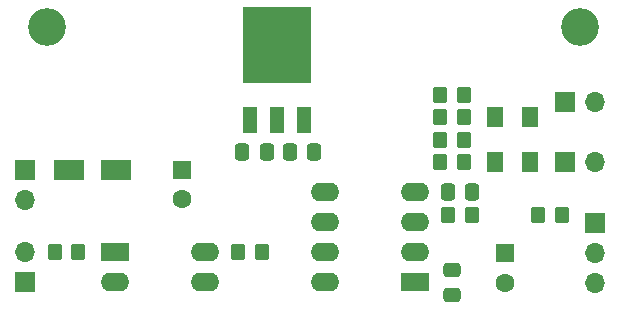
<source format=gts>
G04 #@! TF.GenerationSoftware,KiCad,Pcbnew,(6.0.7-1)-1*
G04 #@! TF.CreationDate,2022-09-25T23:08:59-07:00*
G04 #@! TF.ProjectId,RCSMCtrl,5243534d-4374-4726-9c2e-6b696361645f,n/c*
G04 #@! TF.SameCoordinates,Original*
G04 #@! TF.FileFunction,Soldermask,Top*
G04 #@! TF.FilePolarity,Negative*
%FSLAX46Y46*%
G04 Gerber Fmt 4.6, Leading zero omitted, Abs format (unit mm)*
G04 Created by KiCad (PCBNEW (6.0.7-1)-1) date 2022-09-25 23:08:59*
%MOMM*%
%LPD*%
G01*
G04 APERTURE LIST*
G04 Aperture macros list*
%AMRoundRect*
0 Rectangle with rounded corners*
0 $1 Rounding radius*
0 $2 $3 $4 $5 $6 $7 $8 $9 X,Y pos of 4 corners*
0 Add a 4 corners polygon primitive as box body*
4,1,4,$2,$3,$4,$5,$6,$7,$8,$9,$2,$3,0*
0 Add four circle primitives for the rounded corners*
1,1,$1+$1,$2,$3*
1,1,$1+$1,$4,$5*
1,1,$1+$1,$6,$7*
1,1,$1+$1,$8,$9*
0 Add four rect primitives between the rounded corners*
20,1,$1+$1,$2,$3,$4,$5,0*
20,1,$1+$1,$4,$5,$6,$7,0*
20,1,$1+$1,$6,$7,$8,$9,0*
20,1,$1+$1,$8,$9,$2,$3,0*%
G04 Aperture macros list end*
%ADD10RoundRect,0.250000X0.350000X0.450000X-0.350000X0.450000X-0.350000X-0.450000X0.350000X-0.450000X0*%
%ADD11R,2.500000X1.800000*%
%ADD12RoundRect,0.250000X-0.337500X-0.475000X0.337500X-0.475000X0.337500X0.475000X-0.337500X0.475000X0*%
%ADD13R,1.700000X1.700000*%
%ADD14O,1.700000X1.700000*%
%ADD15RoundRect,0.250001X-0.462499X-0.624999X0.462499X-0.624999X0.462499X0.624999X-0.462499X0.624999X0*%
%ADD16R,1.200000X2.200000*%
%ADD17R,5.800000X6.400000*%
%ADD18R,1.600000X1.600000*%
%ADD19C,1.600000*%
%ADD20C,3.200000*%
%ADD21RoundRect,0.250000X0.337500X0.475000X-0.337500X0.475000X-0.337500X-0.475000X0.337500X-0.475000X0*%
%ADD22R,2.400000X1.600000*%
%ADD23O,2.400000X1.600000*%
%ADD24RoundRect,0.250000X-0.475000X0.337500X-0.475000X-0.337500X0.475000X-0.337500X0.475000X0.337500X0*%
G04 APERTURE END LIST*
D10*
X131810000Y-80010000D03*
X129810000Y-80010000D03*
D11*
X102330000Y-84455000D03*
X98330000Y-84455000D03*
D12*
X113007500Y-82975000D03*
X115082500Y-82975000D03*
D13*
X94615000Y-84450000D03*
D14*
X94615000Y-86990000D03*
D15*
X134402500Y-83820000D03*
X137377500Y-83820000D03*
D10*
X140065000Y-88265000D03*
X138065000Y-88265000D03*
X131810000Y-78105000D03*
X129810000Y-78105000D03*
D16*
X113670000Y-80190000D03*
D17*
X115950000Y-73890000D03*
D16*
X115950000Y-80190000D03*
X118230000Y-80190000D03*
D15*
X134402500Y-80010000D03*
X137377500Y-80010000D03*
D10*
X132460000Y-88265000D03*
X130460000Y-88265000D03*
D18*
X135255000Y-91527621D03*
D19*
X135255000Y-94027621D03*
D20*
X96520000Y-72390000D03*
D13*
X142875000Y-88915000D03*
D14*
X142875000Y-91455000D03*
X142875000Y-93995000D03*
D20*
X141605000Y-72390000D03*
D13*
X140330000Y-78740000D03*
D14*
X142870000Y-78740000D03*
D13*
X140330000Y-83820000D03*
D14*
X142870000Y-83820000D03*
D21*
X119125000Y-82975000D03*
X117050000Y-82975000D03*
D12*
X130422500Y-86360000D03*
X132497500Y-86360000D03*
D22*
X102220000Y-91435000D03*
D23*
X102220000Y-93975000D03*
X109840000Y-93975000D03*
X109840000Y-91435000D03*
D13*
X94615000Y-93980000D03*
D14*
X94615000Y-91440000D03*
D24*
X130810000Y-92942500D03*
X130810000Y-95017500D03*
D10*
X131810000Y-81915000D03*
X129810000Y-81915000D03*
X114665000Y-91440000D03*
X112665000Y-91440000D03*
X99155000Y-91440000D03*
X97155000Y-91440000D03*
D22*
X127650000Y-93970000D03*
D23*
X127650000Y-91430000D03*
X127650000Y-88890000D03*
X127650000Y-86350000D03*
X120030000Y-86350000D03*
X120030000Y-88890000D03*
X120030000Y-91430000D03*
X120030000Y-93970000D03*
D18*
X107950000Y-84455000D03*
D19*
X107950000Y-86955000D03*
D10*
X131810000Y-83820000D03*
X129810000Y-83820000D03*
M02*

</source>
